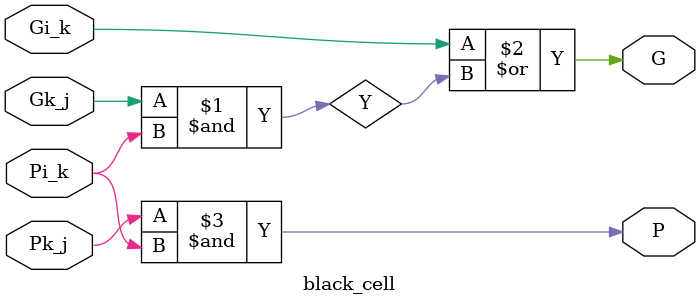
<source format=v>
module multiplier_8bits_version3(product, A, B);
    
    /* This implementation is similar to 8bit dadda with kogge-stone reduction, and uses kogge-stone adder at the end 
     * Area: 1667.422852
     * Power: 0.7640mW
     * Timing: 1.26ns
     */

    input [7:0] A, B;
    output [15:0] product;

    wire [7:0] pp0, pp1, pp2, pp3, pp4, pp5, pp6, pp7;

    assign pp0 = A[0] ? B : 8'b00000000;
    assign pp1 = A[1] ? B : 8'b00000000;
    assign pp2 = A[2] ? B : 8'b00000000;
    assign pp3 = A[3] ? B : 8'b00000000;
    assign pp4 = A[4] ? B : 8'b00000000;
    assign pp5 = A[5] ? B : 8'b00000000;
    assign pp6 = A[6] ? B : 8'b00000000;
    assign pp7 = A[7] ? B : 8'b00000000;
 
    assign product[0] = pp0[0];

    /* 1st CLA*/ 
    wire [3:0] s1, in1_1, in1_2;
    wire c1;
    assign in1_1 = {pp2[4],pp2[5],pp2[6],pp2[7]};
    assign in1_2 = {pp3[3],pp3[4],pp3[5],pp3[6]};
    kogge_stone_4 CLA01(s1, c1, in1_1, in1_2);

    /* 2nd CLA */
    wire [3:0] s2, in2_1, in2_2;
    wire c2;
    assign in2_1 = {pp4[1],pp4[2],pp4[3],pp4[4]};
    assign in2_2 = {pp5[0],pp5[1],pp5[2],pp5[3]};
    kogge_stone_4 CLA02(s2, c2, in2_1, in2_2);

    /* 3rd CLA */
    wire [3:0] s3, in3_1, in3_2;
    wire c3;
    assign in3_1 = {pp6[1],pp6[2],pp6[3],pp6[4]};
    assign in3_2 = {pp7[0],pp7[1],pp7[2],pp7[3]};
    kogge_stone_4 CLA03(s3, c3, in3_1, in3_2);

    /* 4th CLA */
    wire [3:0] s4, in4_1, in4_2;
    wire c4;
    assign in4_1 = {pp0[3],pp0[4],pp0[5],pp0[6]};
    assign in4_2 = {pp1[2],pp1[3],pp1[4],pp1[5]};
    kogge_stone_4 CLA04(s4, c4, in4_1, in4_2);

    /* 5th CLA */
    wire [3:0] s5, in5_1, in5_2;
    wire c5;
    assign in5_1 = {pp0[7],pp1[7],pp4[5],pp3[7]};
    assign in5_2 = {pp1[6],s1[2],pp5[4],pp4[6]};
    kogge_stone_4_c CLA05(s5, c5, in5_1, in5_2, s3[0]);

     /* 6th CLA */
    wire [1:0] s6, in6_1, in6_2;
    wire c6;
    assign in6_1 = {pp4[7],pp5[7]};
    assign in6_2 = {pp5[6],pp6[6]};
    kogge_stone_2_c CLA06(s6, c6, in6_1, in6_2, pp6[5]);

    /* 7th CLA */
    wire [3:0] s7, in7_1, in7_2;
    wire c7;
    assign in7_1 = {pp2[2],pp2[3],pp6[0],s1[1]};
    assign in7_2 = {pp3[1],pp3[2],s1[0],s2[2]};
    kogge_stone_4 CLA07(s7, c7, in7_1, in7_2);

    /* 8th CLA */
    wire [3:0] s8, in8_1, in8_2;
    wire c8;
    assign in8_1 = {s2[3],s1[3],pp5[5],c3};
    assign in8_2 = {s3[1],c2,c1,pp7[4]};
    kogge_stone_4 CLA08(s8, c8, in8_1, in8_2);

    half_adder ha01(product[1], cA, pp0[1], pp1[0]);
    full_adder fa01(sB, cB, pp0[2], pp1[1], pp2[0]);
    full_adder fa02(sC, cC, pp2[1], pp3[0], s4[0]);
    full_adder fa03(sD, cD, pp4[0], s4[1],  s7[0]);
    full_adder fa04(sE, cE, s2[0],  s4[2],  s7[1]);
    full_adder fa05(sF, cF, s2[1],  s4[3],  s7[2]);
    full_adder fa06(sG, cG, c4,     s5[0],  s7[3]);
    full_adder fa07(sH, cH, s5[1],  c7,     s8[0]);
    full_adder fa08(sI, cI, s3[2],  s5[2],  s8[1]);
   

    /* CLA */
    wire [3:0] s9, in9_1, in9_2;
    wire c9;
    assign in9_1 = {s3[3],c5,pp7[5],pp6[7]};
    assign in9_2 = {s5[3],s6[0],s6[1],pp7[6]};
    kogge_stone_4_c CLA09(s9, c9, in9_1, in9_2, s8[2]);  

    /* Final Stage */
    wire [12:0] s, in_1, in_2;
    wire c;
    assign in_1 = {pp7[7],s9[3],s9[2],s9[1],s9[0],sI,sH,sG,sF,sE,sD,sC,sB};
    assign in_2 = {c9,c6,c8,s8[3],cI,cH,cG,cF,cE,cD,cC,cB,cA};
    kogge_stone_13 KS_13(s, c, in_1, in_2);
    assign product[15] = c;
    assign product[2]  = s[0];
    assign product[3]  = s[1];
    assign product[4]  = s[2];
    assign product[5]  = s[3];
    assign product[6]  = s[4];
    assign product[7]  = s[5];
    assign product[8]  = s[6];
    assign product[9]  = s[7];
    assign product[10] = s[8];
    assign product[11] = s[9];
    assign product[12] = s[10];
    assign product[13] = s[11];
    assign product[14] = s[12];
endmodule

module CLA2_c(output [1:0] sum,
            output cout,
            input [1:0] in1, in2,
            input cin);

    wire [1:0] G; /* Generate */
    wire [1:0] P; /* Propagate */
    wire [1:0] C; /* Carry */

    assign G[0] = in1[1] & in2[1]; /*Generate    Gi = Ai * Bi */
    assign G[1] = in1[0] & in2[0];

    assign P[0] = in1[1] ^ in2[1];
    assign P[1] = in1[0] ^ in2[0];

    assign C[0] = cin;
    assign C[1] = G[0] | (P[0] & C[0]);
    assign cout = G[1] | (P[1] & C[1]);
    assign sum = P ^ C;
endmodule

module CLA4(output [3:0] sum,
            output cout,
            input [3:0] in1, in2);

    wire [3:0] G; /* Generate */
    wire [3:0] P; /* Propagate */
    wire [3:0] C; /* Carry */

    assign G[0] = in1[3] & in2[3]; /*Generate    Gi = Ai * Bi */
    assign G[1] = in1[2] & in2[2];
    assign G[2] = in1[1] & in2[1];
    assign G[3] = in1[0] & in2[0];
    assign P[0] = in1[3] ^ in2[3]; /*Propagate   Pi = Ai + Bi */
    assign P[1] = in1[2] ^ in2[2];
    assign P[2] = in1[1] ^ in2[1];
    assign P[3] = in1[0] ^ in2[0];

    assign C[0] = 0;
    assign C[1] = G[0] | (P[0] & C[0]);
    assign C[2] = G[1] | (P[1] & C[1]);
    assign C[3] = G[2] | (P[2] & C[2]);
    assign cout = G[3] | (P[3] & C[3]);
    assign sum = P ^ C;
endmodule

module CLA4_c(output [3:0] sum,
            output cout,
            input [3:0] in1, in2,
            input cin);

    wire [3:0] G; /* Generate */
    wire [3:0] P; /* Propagate */
    wire [3:0] C; /* Carry */

    assign G[0] = in1[3] & in2[3]; /*Generate    Gi = Ai * Bi */
    assign G[1] = in1[2] & in2[2];
    assign G[2] = in1[1] & in2[1];
    assign G[3] = in1[0] & in2[0];
    assign P[0] = in1[3] ^ in2[3]; /*Propagate   Pi = Ai + Bi */
    assign P[1] = in1[2] ^ in2[2];
    assign P[2] = in1[1] ^ in2[1];
    assign P[3] = in1[0] ^ in2[0];

    assign C[0] = cin;
    assign C[1] = G[0] | (P[0] & C[0]);
    assign C[2] = G[1] | (P[1] & C[1]);
    assign C[3] = G[2] | (P[2] & C[2]);
    assign cout = G[3] | (P[3] & C[3]);
    assign sum = P ^ C;
endmodule

module half_adder(output wire sum,
                  output wire cout,
                  input wire in1,
                  input wire in2);
    xor(sum, in1, in2);
    and(cout, in1, in2);
endmodule

module full_adder(output wire sum,
                  output wire cout,
                  input wire in1,
                  input wire in2,
                  input wire cin);
    wire temp1;
    wire temp2;
    wire temp3;
    xor(sum, in1, in2, cin);
    and(temp1,in1,in2);
    and(temp2,in1,cin);
    and(temp3,in2,cin);
    or(cout,temp1,temp2,temp3);
endmodule

module kogge_stone_4_c(sum, cout, in1, in2, cin);
    input [3:0] in1, in2; //input
    input cin;
    output [3:0] sum; //output
    output cout; //carry-out
    wire [3:0] G_Z, P_Z, //wires
    G_A, P_A,
    G_B, P_B;

    assign P_Z[0] = in1[3] ^ in2[3];
    assign P_Z[1] = in1[2] ^ in2[2];
    assign P_Z[2] = in1[1] ^ in2[1];
    assign P_Z[3] = in1[0] ^ in2[0];
    assign G_Z[0] = in1[3] & in2[3];
    assign G_Z[1] = in1[2] & in2[2];
    assign G_Z[2] = in1[1] & in2[1];
    assign G_Z[3] = in1[0] & in2[0];

    /*level 1*/
    gray_cell level_0A(cin, P_Z[0], G_Z[0], G_A[0]);
    black_cell level_1A(G_Z[0],  P_Z[1],  G_Z[1],  P_Z[0],  G_A[1],  P_A[1]);
    black_cell level_2A(G_Z[1],  P_Z[2],  G_Z[2],  P_Z[1],  G_A[2],  P_A[2]);
    black_cell level_3A(G_Z[2],  P_Z[3],  G_Z[3],  P_Z[2],  G_A[3],  P_A[3]);

    /*level 2*/
    gray_cell level_1B(cin,      P_A[1],  G_A[1],  G_B[1]);
    gray_cell level_2B(G_A[0],   P_A[2],  G_A[2],  G_B[2]);
    black_cell level_3B(G_A[1],  P_A[3],  G_A[3],  P_A[1],  G_B[3],  P_B[3]);

    /*level 3*/
    gray_cell level_3C(cin,      P_B[3],  G_B[3],  cout);

    /*outputs*/
    assign sum[0]  = cin     ^ P_Z[0];
    assign sum[1]  = G_A[0]  ^ P_Z[1];
    assign sum[2]  = G_B[1]  ^ P_Z[2];
    assign sum[3]  = G_B[2]  ^ P_Z[3];
endmodule

module kogge_stone_2_c(sum, cout, in1, in2, cin);
    input [1:0] in1, in2; //input
    input cin;
    output [1:0] sum; //output
    output cout; //carry-out
    wire [1:0] G_Z, P_Z, //wires
    G_A, P_A,
    G_B, P_B;

    assign P_Z[0] = in1[1] ^ in2[1];
    assign P_Z[1] = in1[0] ^ in2[0];
    assign G_Z[0] = in1[1] & in2[1];
    assign G_Z[1] = in1[0] & in2[0];

    /*level 1*/
    gray_cell level_0A(cin, P_Z[0], G_Z[0], G_A[0]);
    black_cell level_1A(G_Z[0],  P_Z[1],  G_Z[1],  P_Z[0],  G_A[1],  P_A[1]);

    /*level 3*/
    gray_cell level_1B(cin,      P_A[1],  G_A[1],  cout);

    /*outputs*/
    assign sum[0]  = cin     ^ P_Z[0];
    assign sum[1]  = G_A[0]  ^ P_Z[1];
endmodule

module kogge_stone_4(sum, cout, in1, in2);
    input [3:0] in1, in2; //input
    output [3:0] sum; //output
    output cout; //carry-out
    wire [3:0] G_Z, P_Z, //wires
    G_A, P_A,
    G_B, P_B;

    assign P_Z[0] = in1[3] ^ in2[3];
    assign P_Z[1] = in1[2] ^ in2[2];
    assign P_Z[2] = in1[1] ^ in2[1];
    assign P_Z[3] = in1[0] ^ in2[0];
    assign G_Z[0] = in1[3] & in2[3];
    assign G_Z[1] = in1[2] & in2[2];
    assign G_Z[2] = in1[1] & in2[1];
    assign G_Z[3] = in1[0] & in2[0];

    /*level 1*/
    gray_cell level_0A(1'b0, P_Z[0], G_Z[0], G_A[0]);
    black_cell level_1A(G_Z[0],  P_Z[1],  G_Z[1],  P_Z[0],  G_A[1],  P_A[1]);
    black_cell level_2A(G_Z[1],  P_Z[2],  G_Z[2],  P_Z[1],  G_A[2],  P_A[2]);
    black_cell level_3A(G_Z[2],  P_Z[3],  G_Z[3],  P_Z[2],  G_A[3],  P_A[3]);

    /*level 2*/
    gray_cell level_1B(1'b0,      P_A[1],  G_A[1],  G_B[1]);
    gray_cell level_2B(G_A[0],   P_A[2],  G_A[2],  G_B[2]);
    black_cell level_3B(G_A[1],  P_A[3],  G_A[3],  P_A[1],  G_B[3],  P_B[3]);

    /*level 3*/
    gray_cell level_3C(1'b0,      P_B[3],  G_B[3],  cout);

    /*outputs*/
    assign sum[0]  = 1'b0    ^ P_Z[0];
    assign sum[1]  = G_A[0]  ^ P_Z[1];
    assign sum[2]  = G_B[1]  ^ P_Z[2];
    assign sum[3]  = G_B[2]  ^ P_Z[3];
endmodule

module kogge_stone_13(sum, cout, in1, in2);
    input [12:0] in1, in2; //input
    output [12:0] sum; //output
    output cout; //carry-out
    wire [12:0] G_Z, P_Z, //wires
    G_A, P_A,
    G_B, P_B,
    G_C, P_C,
    G_D, P_D;

    assign P_Z = in1 ^ in2;
    assign G_Z = in1 & in2;

    /*level 1*/
    gray_cell level_0A(1'b0, P_Z[0], G_Z[0], G_A[0]);
    black_cell level_1A(G_Z[0],  P_Z[1],  G_Z[1],  P_Z[0],  G_A[1],  P_A[1]);
    black_cell level_2A(G_Z[1],  P_Z[2],  G_Z[2],  P_Z[1],  G_A[2],  P_A[2]);
    black_cell level_3A(G_Z[2],  P_Z[3],  G_Z[3],  P_Z[2],  G_A[3],  P_A[3]);
    black_cell level_4A(G_Z[3],  P_Z[4],  G_Z[4],  P_Z[3],  G_A[4],  P_A[4]);
    black_cell level_5A(G_Z[4],  P_Z[5],  G_Z[5],  P_Z[4],  G_A[5],  P_A[5]);
    black_cell level_6A(G_Z[5],  P_Z[6],  G_Z[6],  P_Z[5],  G_A[6],  P_A[6]);
    black_cell level_7A(G_Z[6],  P_Z[7],  G_Z[7],  P_Z[6],  G_A[7],  P_A[7]);
    black_cell level_8A(G_Z[7],  P_Z[8],  G_Z[8],  P_Z[7],  G_A[8],  P_A[8]);
    black_cell level_9A(G_Z[8],  P_Z[9],  G_Z[9],  P_Z[8],  G_A[9],  P_A[9]);
    black_cell level_AA(G_Z[9],  P_Z[10], G_Z[10], P_Z[9],  G_A[10], P_A[10]);
    black_cell level_BA(G_Z[10], P_Z[11], G_Z[11], P_Z[10], G_A[11], P_A[11]);
    black_cell level_CA(G_Z[11], P_Z[12], G_Z[12], P_Z[11], G_A[12], P_A[12]);

    /*level 2*/
    gray_cell level_1B(1'b0,      P_A[1],  G_A[1],  G_B[1]);
    gray_cell level_2B(G_A[0],   P_A[2],  G_A[2],  G_B[2]);
    black_cell level_3B(G_A[1],  P_A[3],  G_A[3],  P_A[1],  G_B[3],  P_B[3]);
    black_cell level_4B(G_A[2],  P_A[4],  G_A[4],  P_A[2],  G_B[4],  P_B[4]);
    black_cell level_5B(G_A[3],  P_A[5],  G_A[5],  P_A[3],  G_B[5],  P_B[5]);
    black_cell level_6B(G_A[4],  P_A[6],  G_A[6],  P_A[4],  G_B[6],  P_B[6]);
    black_cell level_7B(G_A[5],  P_A[7],  G_A[7],  P_A[5],  G_B[7],  P_B[7]);
    black_cell level_8B(G_A[6],  P_A[8],  G_A[8],  P_A[6],  G_B[8],  P_B[8]);
    black_cell level_9B(G_A[7],  P_A[9],  G_A[9],  P_A[7],  G_B[9],  P_B[9]);
    black_cell level_AB(G_A[8],  P_A[10], G_A[10], P_A[8],  G_B[10], P_B[10]);
    black_cell level_BB(G_A[9],  P_A[11], G_A[11], P_A[9],  G_B[11], P_B[11]);
    black_cell level_CB(G_A[10], P_A[12], G_A[12], P_A[10], G_B[12], P_B[12]);

    /*level 3*/
    gray_cell level_3C(1'b0,      P_B[3],  G_B[3],  G_C[3]);
    gray_cell level_4C(G_A[0],   P_B[4],  G_B[4],  G_C[4]);
    gray_cell level_5C(G_B[1],   P_B[5],  G_B[5],  G_C[5]);
    gray_cell level_6C(G_B[2],   P_B[6],  G_B[6],  G_C[6]);
    black_cell level_7C(G_B[3],  P_B[7],  G_B[7],  P_B[3],  G_C[7],  P_C[7]);
    black_cell level_8C(G_B[4],  P_B[8],  G_B[8],  P_B[4],  G_C[8],  P_C[8]);
    black_cell level_9C(G_B[5],  P_B[9],  G_B[9],  P_B[5],  G_C[9],  P_C[9]);
    black_cell level_AC(G_B[6],  P_B[10], G_B[10], P_B[6],  G_C[10], P_C[10]);
    black_cell level_BC(G_B[7],  P_B[11], G_B[11], P_B[7],  G_C[11], P_C[11]);
    black_cell level_CC(G_B[8],  P_B[12], G_B[12], P_B[8],  G_C[12], P_C[12]);

    /*level 4*/
    gray_cell level_7D(1'b0,     P_C[7],   G_C[7],           G_D[7]);
    gray_cell level_8D(G_A[0],   P_C[8],   G_C[8],           G_D[8]);
    gray_cell level_9D(G_B[1],   P_C[9],   G_C[9],           G_D[9]);
    gray_cell level_AD(G_B[2],   P_C[10],  G_C[10],          G_D[10]);
    gray_cell level_BD(G_C[3],   P_C[11],  G_C[11],          G_D[11]);
    gray_cell level_CD(G_C[4],   P_C[12],  G_C[12],          cout);

    /*outputs*/
    assign sum[0]  = 1'b0    ^ P_Z[0];
    assign sum[1]  = G_A[0]  ^ P_Z[1];
    assign sum[2]  = G_B[1]  ^ P_Z[2];
    assign sum[3]  = G_B[2]  ^ P_Z[3];
    assign sum[4]  = G_C[3]  ^ P_Z[4];
    assign sum[5]  = G_C[4]  ^ P_Z[5];
    assign sum[6]  = G_C[5]  ^ P_Z[6];
    assign sum[7]  = G_C[6]  ^ P_Z[7];
    assign sum[8]  = G_D[7]  ^ P_Z[8];
    assign sum[9]  = G_D[8]  ^ P_Z[9];
    assign sum[10] = G_D[9]  ^ P_Z[10];
    assign sum[11] = G_D[10] ^ P_Z[11];
    assign sum[12] = G_D[11] ^ P_Z[12];
endmodule

module gray_cell(Gk_j, Pi_k, Gi_k, G);
    input Gk_j, Pi_k, Gi_k;
    output G;
    wire Y;
    and(Y, Gk_j, Pi_k);
    or(G, Y, Gi_k);
endmodule

module black_cell(Gk_j, Pi_k, Gi_k, Pk_j, G, P);
    input Gk_j, Pi_k, Gi_k, Pk_j;
    output G, P;
    wire Y;
    and(Y, Gk_j, Pi_k);
    or(G, Gi_k, Y);
    and(P, Pk_j, Pi_k);
endmodule

</source>
